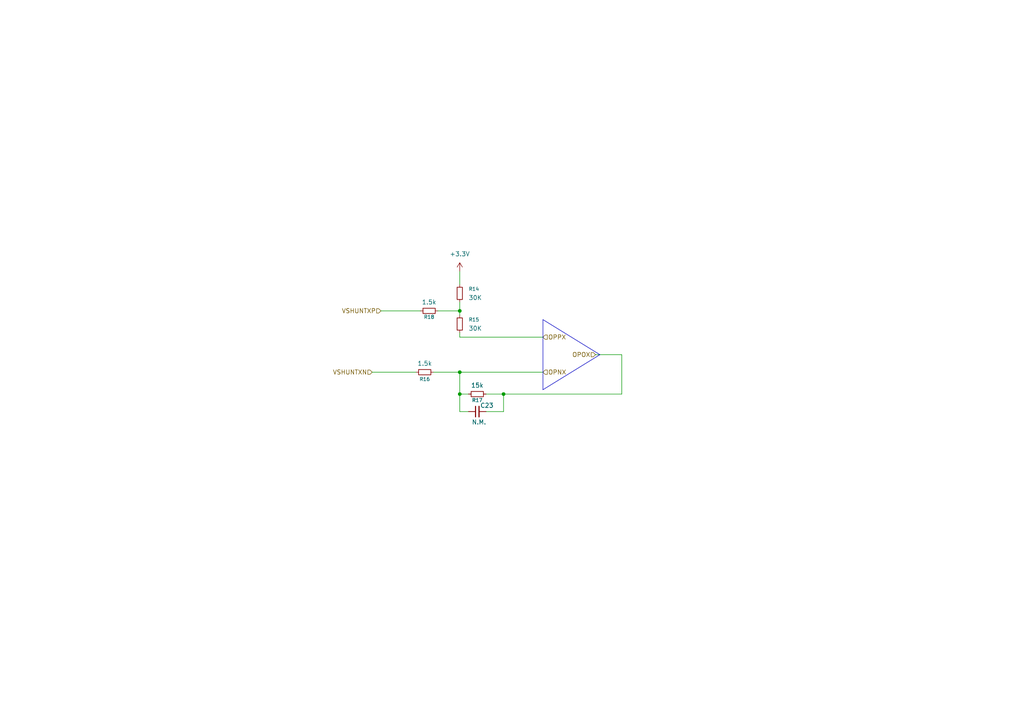
<source format=kicad_sch>
(kicad_sch (version 20250114) (generator "eeschema") (generator_version "9.0")
  (paper "A4")
  (lib_symbols
    (symbol "Device:C_Small" (pin_numbers (hide yes)) (pin_names (offset 0.254) (hide yes))
      (property "Reference" "C" (at 0.254 1.778 0))
      (property "Value" "C_Small" (at 0.254 -2.032 0))
      (symbol "C_Small_0_1"
        (polyline (pts (xy -1.524 0.508) (xy 1.524 0.508)) (stroke (width 0.3048)))
        (polyline (pts (xy -1.524 -0.508) (xy 1.524 -0.508)) (stroke (width 0.3302)))
      )
      (symbol "C_Small_1_1"
        (pin passive line (at 0 2.54 270) (length 2.032) (name "~") (number "1"))
        (pin passive line (at 0 -2.54 90) (length 2.032) (name "~") (number "2"))
      )
    )
    (symbol "Device:R_Small" (pin_numbers (hide yes)) (pin_names (offset 0.254) (hide yes))
      (property "Reference" "R" (at 0 0 90))
      (property "Value" "R_Small" (at 1.778 0 90))
      (symbol "R_Small_0_1"
        (rectangle (start -0.762 1.778) (end 0.762 -1.778) (stroke (width 0.2032)))
      )
      (symbol "R_Small_1_1"
        (pin passive line (at 0 2.54 270) (length 0.762) (name "~") (number "1"))
        (pin passive line (at 0 -2.54 90) (length 0.762) (name "~") (number "2"))
      )
    )
    (symbol "power:+3.3V" (power) (pin_numbers (hide yes)) (pin_names (offset 0) (hide yes))
      (property "Value" "+3.3V" (at 0 3.556 0))
      (symbol "+3.3V_0_1"
        (polyline (pts (xy -0.762 1.27) (xy 0 2.54)))
        (polyline (pts (xy 0 2.54) (xy 0.762 1.27)))
        (polyline (pts (xy 0 0) (xy 0 2.54)))
      )
      (symbol "+3.3V_1_1"
        (pin power_in line (at 0 0 90) (length 0) (name "~") (number "1"))
      )
    )
  )
  (bezier (pts (xy 173.99 102.87) (xy 173.99 102.87) (xy 157.48 113.03) (xy 157.48 113.03)))
  (bezier (pts (xy 157.48 92.71) (xy 173.99 102.87) (xy 173.99 102.87) (xy 173.99 102.87)))
  (bezier (pts (xy 157.48 92.71) (xy 157.48 92.71) (xy 157.48 113.03) (xy 157.48 113.03)))
  (junction (at 133.35 107.95))
  (junction (at 133.35 90.17))
  (junction (at 133.35 114.3))
  (junction (at 146.05 114.3))
  (wire (pts (xy 146.05 114.3) (xy 180.34 114.3)))
  (wire (pts (xy 127 90.17) (xy 133.35 90.17)))
  (wire (pts (xy 133.35 97.79) (xy 157.48 97.79)))
  (wire (pts (xy 125.73 107.95) (xy 133.35 107.95)))
  (wire (pts (xy 133.35 90.17) (xy 133.35 91.44)))
  (wire (pts (xy 180.34 102.87) (xy 180.34 114.3)))
  (wire (pts (xy 133.35 114.3) (xy 133.35 119.38)))
  (wire (pts (xy 146.05 114.3) (xy 146.05 119.38)))
  (wire (pts (xy 133.35 78.74) (xy 133.35 82.55)))
  (wire (pts (xy 133.35 119.38) (xy 135.89 119.38)))
  (wire (pts (xy 133.35 87.63) (xy 133.35 90.17)))
  (wire (pts (xy 110.49 90.17) (xy 121.92 90.17)))
  (wire (pts (xy 146.05 119.38) (xy 140.97 119.38)))
  (wire (pts (xy 133.35 107.95) (xy 133.35 114.3)))
  (wire (pts (xy 133.35 96.52) (xy 133.35 97.79)))
  (wire (pts (xy 140.97 114.3) (xy 146.05 114.3)))
  (wire (pts (xy 133.35 107.95) (xy 157.48 107.95)))
  (wire (pts (xy 133.35 114.3) (xy 135.89 114.3)))
  (wire (pts (xy 172.72 102.87) (xy 180.34 102.87)))
  (wire (pts (xy 107.95 107.95) (xy 120.65 107.95)))
  (hierarchical_label "VSHUNTXP" (shape input) (at 110.49 90.17 180))
  (hierarchical_label "VSHUNTXN" (shape input) (at 107.95 107.95 180))
  (hierarchical_label "OPOX" (shape input) (at 172.72 102.87 180))
  (hierarchical_label "OPNX" (shape input) (at 157.48 107.95 0))
  (hierarchical_label "OPPX" (shape input) (at 157.48 97.79 0))
  (symbol (lib_id "power:+3.3V") (at 133.35 78.74 0) (unit 1)
    (property "Reference" "#PWR024" (effects (hide yes)))
    (property "Value" "+3.3V" (at 133.35 73.66 0))
    (property "Description" "Power symbol creates a global label with name \"+3.3V\"" (effects (hide yes)))
    (instances (project "FOC_CONTROLLER_V2" (path "" (reference "#PWR024") (unit 1)) (path "" (reference "#PWR021") (unit 1)) (path "" (reference "#PWR022") (unit 1))))
  )
  (symbol (lib_id "Device:R_Small") (at 123.19 107.95 90) (unit 1)
    (property "Reference" "R16" (at 123.19 109.982 90) (effects (font (size 1.016 1.016))))
    (property "Value" "1.5k" (at 123.19 105.41 90))
    (property "Footprint" "Resistor_SMD:R_0603_1608Metric" (effects (hide yes)))
    (property "Description" "Resistor, small symbol" (effects (hide yes)))
    (instances (project "FOC_CONTROLLER_V2" (path "" (reference "R16") (unit 1)) (path "" (reference "R13") (unit 1)) (path "" (reference "R23") (unit 1))))
  )
  (symbol (lib_id "Device:R_Small") (at 133.35 85.09 180) (unit 1)
    (property "Reference" "R14" (at 135.89 83.8199 0) (effects (font (size 1.016 1.016)) (justify right)))
    (property "Value" "30K" (at 135.89 86.3599 0) (effects (justify right)))
    (property "Footprint" "Resistor_SMD:R_0603_1608Metric" (effects (hide yes)))
    (property "Description" "Resistor, small symbol" (effects (hide yes)))
    (instances (project "FOC_CONTROLLER_V2" (path "" (reference "R14") (unit 1)) (path "" (reference "R20") (unit 1)) (path "" (reference "R25") (unit 1))))
  )
  (symbol (lib_id "Device:R_Small") (at 138.43 114.3 90) (unit 1)
    (property "Reference" "R17" (at 138.43 116.078 90) (effects (font (size 1.016 1.016))))
    (property "Value" "15k" (at 138.43 111.76 90))
    (property "Footprint" "Resistor_SMD:R_0603_1608Metric" (effects (hide yes)))
    (property "Description" "Resistor, small symbol" (effects (hide yes)))
    (instances (project "FOC_CONTROLLER_V2" (path "" (reference "R17") (unit 1)) (path "" (reference "R22") (unit 1)) (path "" (reference "R27") (unit 1))))
  )
  (symbol (lib_id "Device:C_Small") (at 138.43 119.38 90) (unit 1)
    (property "Reference" "C23" (at 141.224 117.602 90))
    (property "Value" "N.M." (at 138.938 122.428 90))
    (property "Footprint" "Capacitor_SMD:C_0603_1608Metric" (effects (hide yes)))
    (property "Description" "Unpolarized capacitor, small symbol" (effects (hide yes)))
    (instances (project "FOC_CONTROLLER_V2" (path "" (reference "C23") (unit 1)) (path "" (reference "C13") (unit 1)) (path "" (reference "C16") (unit 1))))
  )
  (symbol (lib_id "Device:R_Small") (at 133.35 93.98 180) (unit 1)
    (property "Reference" "R15" (at 135.89 92.7099 0) (effects (font (size 1.016 1.016)) (justify right)))
    (property "Value" "30K" (at 135.89 95.2499 0) (effects (justify right)))
    (property "Footprint" "Resistor_SMD:R_0603_1608Metric" (effects (hide yes)))
    (property "Description" "Resistor, small symbol" (effects (hide yes)))
    (instances (project "FOC_CONTROLLER_V2" (path "" (reference "R15") (unit 1)) (path "" (reference "R21") (unit 1)) (path "" (reference "R26") (unit 1))))
  )
  (symbol (lib_id "Device:R_Small") (at 124.46 90.17 90) (unit 1)
    (property "Reference" "R18" (at 124.46 91.948 90) (effects (font (size 1.016 1.016))))
    (property "Value" "1.5k" (at 124.46 87.63 90))
    (property "Footprint" "Resistor_SMD:R_0603_1608Metric" (effects (hide yes)))
    (property "Description" "Resistor, small symbol" (effects (hide yes)))
    (instances (project "FOC_CONTROLLER_V2" (path "" (reference "R18") (unit 1)) (path "" (reference "R19") (unit 1)) (path "" (reference "R24") (unit 1))))
  )
)
</source>
